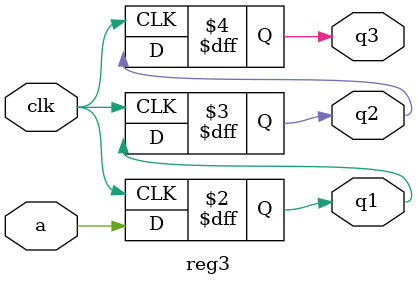
<source format=v>
module reg3 (q1,q2,q3,a,clk);
    input a;
    input clk;
    output q1,q2,q3;
    reg q1,q2,q3;
    always @(posedge clk)
    begin
        q3 = q2 ;
        q2 = q1 ;
        q1 = a ;
    end
endmodule
</source>
